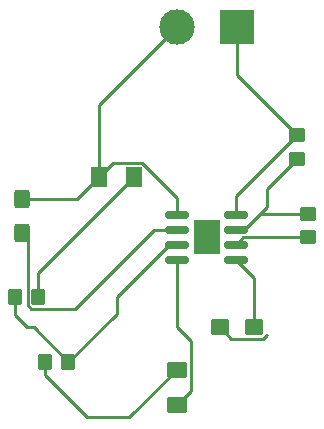
<source format=gbr>
%TF.GenerationSoftware,KiCad,Pcbnew,(6.0.10-0)*%
%TF.CreationDate,2023-02-17T12:45:10-08:00*%
%TF.ProjectId,555 Timer,35353520-5469-46d6-9572-2e6b69636164,rev?*%
%TF.SameCoordinates,Original*%
%TF.FileFunction,Copper,L1,Top*%
%TF.FilePolarity,Positive*%
%FSLAX46Y46*%
G04 Gerber Fmt 4.6, Leading zero omitted, Abs format (unit mm)*
G04 Created by KiCad (PCBNEW (6.0.10-0)) date 2023-02-17 12:45:10*
%MOMM*%
%LPD*%
G01*
G04 APERTURE LIST*
G04 Aperture macros list*
%AMRoundRect*
0 Rectangle with rounded corners*
0 $1 Rounding radius*
0 $2 $3 $4 $5 $6 $7 $8 $9 X,Y pos of 4 corners*
0 Add a 4 corners polygon primitive as box body*
4,1,4,$2,$3,$4,$5,$6,$7,$8,$9,$2,$3,0*
0 Add four circle primitives for the rounded corners*
1,1,$1+$1,$2,$3*
1,1,$1+$1,$4,$5*
1,1,$1+$1,$6,$7*
1,1,$1+$1,$8,$9*
0 Add four rect primitives between the rounded corners*
20,1,$1+$1,$2,$3,$4,$5,0*
20,1,$1+$1,$4,$5,$6,$7,0*
20,1,$1+$1,$6,$7,$8,$9,0*
20,1,$1+$1,$8,$9,$2,$3,0*%
G04 Aperture macros list end*
%TA.AperFunction,SMDPad,CuDef*%
%ADD10RoundRect,0.250000X0.425000X-0.537500X0.425000X0.537500X-0.425000X0.537500X-0.425000X-0.537500X0*%
%TD*%
%TA.AperFunction,SMDPad,CuDef*%
%ADD11RoundRect,0.250000X-0.450000X0.350000X-0.450000X-0.350000X0.450000X-0.350000X0.450000X0.350000X0*%
%TD*%
%TA.AperFunction,SMDPad,CuDef*%
%ADD12RoundRect,0.150000X-0.825000X-0.150000X0.825000X-0.150000X0.825000X0.150000X-0.825000X0.150000X0*%
%TD*%
%TA.AperFunction,SMDPad,CuDef*%
%ADD13R,2.290000X3.000000*%
%TD*%
%TA.AperFunction,SMDPad,CuDef*%
%ADD14RoundRect,0.250000X-0.350000X-0.450000X0.350000X-0.450000X0.350000X0.450000X-0.350000X0.450000X0*%
%TD*%
%TA.AperFunction,SMDPad,CuDef*%
%ADD15RoundRect,0.250000X0.537500X0.425000X-0.537500X0.425000X-0.537500X-0.425000X0.537500X-0.425000X0*%
%TD*%
%TA.AperFunction,SMDPad,CuDef*%
%ADD16RoundRect,0.250001X-0.624999X0.462499X-0.624999X-0.462499X0.624999X-0.462499X0.624999X0.462499X0*%
%TD*%
%TA.AperFunction,ComponentPad*%
%ADD17R,3.000000X3.000000*%
%TD*%
%TA.AperFunction,ComponentPad*%
%ADD18C,3.000000*%
%TD*%
%TA.AperFunction,SMDPad,CuDef*%
%ADD19RoundRect,0.250001X-0.462499X-0.624999X0.462499X-0.624999X0.462499X0.624999X-0.462499X0.624999X0*%
%TD*%
%TA.AperFunction,Conductor*%
%ADD20C,0.250000*%
%TD*%
G04 APERTURE END LIST*
D10*
%TO.P,C1,1*%
%TO.N,/pin_2*%
X134220000Y-119012500D03*
%TO.P,C1,2*%
%TO.N,GND*%
X134220000Y-116137500D03*
%TD*%
D11*
%TO.P,R1,1*%
%TO.N,+9V*%
X157480000Y-110760000D03*
%TO.P,R1,2*%
%TO.N,/pin_7*%
X157480000Y-112760000D03*
%TD*%
%TO.P,R2,1*%
%TO.N,/pin_7*%
X158445000Y-117380000D03*
%TO.P,R2,2*%
%TO.N,/pin_2*%
X158445000Y-119380000D03*
%TD*%
D12*
%TO.P,U1,1,GND*%
%TO.N,GND*%
X147385000Y-117475000D03*
%TO.P,U1,2,TR*%
%TO.N,/pin_2*%
X147385000Y-118745000D03*
%TO.P,U1,3,Q*%
%TO.N,/pin_3*%
X147385000Y-120015000D03*
%TO.P,U1,4,R*%
%TO.N,+9V*%
X147385000Y-121285000D03*
%TO.P,U1,5,CV*%
%TO.N,Net-(C2-Pad1)*%
X152335000Y-121285000D03*
%TO.P,U1,6,THR*%
%TO.N,/pin_2*%
X152335000Y-120015000D03*
%TO.P,U1,7,DIS*%
%TO.N,/pin_7*%
X152335000Y-118745000D03*
%TO.P,U1,8,VCC*%
%TO.N,+9V*%
X152335000Y-117475000D03*
D13*
%TO.P,U1,9*%
%TO.N,N/C*%
X149860000Y-119380000D03*
%TD*%
D14*
%TO.P,R3,1*%
%TO.N,Net-(D1-Pad1)*%
X136160000Y-129935000D03*
%TO.P,R3,2*%
%TO.N,/pin_3*%
X138160000Y-129935000D03*
%TD*%
D15*
%TO.P,C2,1*%
%TO.N,Net-(C2-Pad1)*%
X153837500Y-127000000D03*
%TO.P,C2,2*%
%TO.N,GND*%
X150962500Y-127000000D03*
%TD*%
D16*
%TO.P,D1,1,K*%
%TO.N,Net-(D1-Pad1)*%
X147320000Y-130592500D03*
%TO.P,D1,2,A*%
%TO.N,+9V*%
X147320000Y-133567500D03*
%TD*%
D17*
%TO.P,J1,1,Pin_1*%
%TO.N,+9V*%
X152400000Y-101600000D03*
D18*
%TO.P,J1,2,Pin_2*%
%TO.N,GND*%
X147320000Y-101600000D03*
%TD*%
D19*
%TO.P,D2,1,K*%
%TO.N,GND*%
X140752500Y-114300000D03*
%TO.P,D2,2,A*%
%TO.N,Net-(D2-Pad2)*%
X143727500Y-114300000D03*
%TD*%
D14*
%TO.P,R4,1*%
%TO.N,/pin_3*%
X133620000Y-124460000D03*
%TO.P,R4,2*%
%TO.N,Net-(D2-Pad2)*%
X135620000Y-124460000D03*
%TD*%
D20*
%TO.N,/pin_2*%
X152970000Y-119380000D02*
X152335000Y-120015000D01*
X135031827Y-125485000D02*
X138675000Y-125485000D01*
X134695000Y-125148173D02*
X135031827Y-125485000D01*
X145415000Y-118745000D02*
X147385000Y-118745000D01*
X134220000Y-119012500D02*
X134695000Y-119487500D01*
X134695000Y-119487500D02*
X134695000Y-125148173D01*
X138675000Y-125485000D02*
X145415000Y-118745000D01*
X158445000Y-119380000D02*
X152970000Y-119380000D01*
%TO.N,GND*%
X140752500Y-108167500D02*
X140752500Y-114300000D01*
X147320000Y-101600000D02*
X140752500Y-108167500D01*
X134220000Y-116137500D02*
X138915000Y-116137500D01*
X144428172Y-113100000D02*
X141952500Y-113100000D01*
X141952500Y-113100000D02*
X140752500Y-114300000D01*
X147385000Y-116056828D02*
X144428172Y-113100000D01*
X147385000Y-117475000D02*
X147385000Y-116056828D01*
X154613173Y-128000000D02*
X154950000Y-127663173D01*
X138915000Y-116137500D02*
X140752500Y-114300000D01*
X151962500Y-128000000D02*
X154613173Y-128000000D01*
X150962500Y-127000000D02*
X151962500Y-128000000D01*
%TO.N,Net-(C2-Pad1)*%
X153837500Y-127000000D02*
X153837500Y-122787500D01*
X153837500Y-122787500D02*
X152335000Y-121285000D01*
X153035000Y-121285000D02*
X152335000Y-121285000D01*
%TO.N,Net-(D1-Pad1)*%
X139700000Y-134620000D02*
X143292500Y-134620000D01*
X136160000Y-129935000D02*
X136160000Y-131080000D01*
X136160000Y-131080000D02*
X139700000Y-134620000D01*
X143292500Y-134620000D02*
X147320000Y-130592500D01*
%TO.N,+9V*%
X152400000Y-105680000D02*
X157480000Y-110760000D01*
X147320000Y-133567500D02*
X148520000Y-132367500D01*
X152335000Y-117475000D02*
X152335000Y-115905000D01*
X152335000Y-115905000D02*
X157480000Y-110760000D01*
X152400000Y-101600000D02*
X152400000Y-105680000D01*
X147320000Y-127000000D02*
X147320000Y-121350000D01*
X148520000Y-128200000D02*
X147320000Y-127000000D01*
X148520000Y-132367500D02*
X148520000Y-128200000D01*
X147320000Y-121350000D02*
X147385000Y-121285000D01*
%TO.N,Net-(D2-Pad2)*%
X135620000Y-122407500D02*
X135620000Y-124460000D01*
X143727500Y-114300000D02*
X135620000Y-122407500D01*
%TO.N,/pin_7*%
X154940000Y-116840000D02*
X153035000Y-118745000D01*
X154940000Y-115300000D02*
X154940000Y-116840000D01*
X154400000Y-117380000D02*
X153035000Y-118745000D01*
X153035000Y-118745000D02*
X152335000Y-118745000D01*
X158445000Y-117380000D02*
X154400000Y-117380000D01*
X157480000Y-112760000D02*
X154940000Y-115300000D01*
%TO.N,/pin_3*%
X134620000Y-127000000D02*
X135225000Y-127000000D01*
X142240000Y-125855000D02*
X142240000Y-124460000D01*
X138160000Y-129935000D02*
X142240000Y-125855000D01*
X133620000Y-126000000D02*
X134620000Y-127000000D01*
X142240000Y-124460000D02*
X146685000Y-120015000D01*
X133620000Y-124460000D02*
X133620000Y-126000000D01*
X146685000Y-120015000D02*
X147385000Y-120015000D01*
X135225000Y-127000000D02*
X138160000Y-129935000D01*
%TD*%
M02*

</source>
